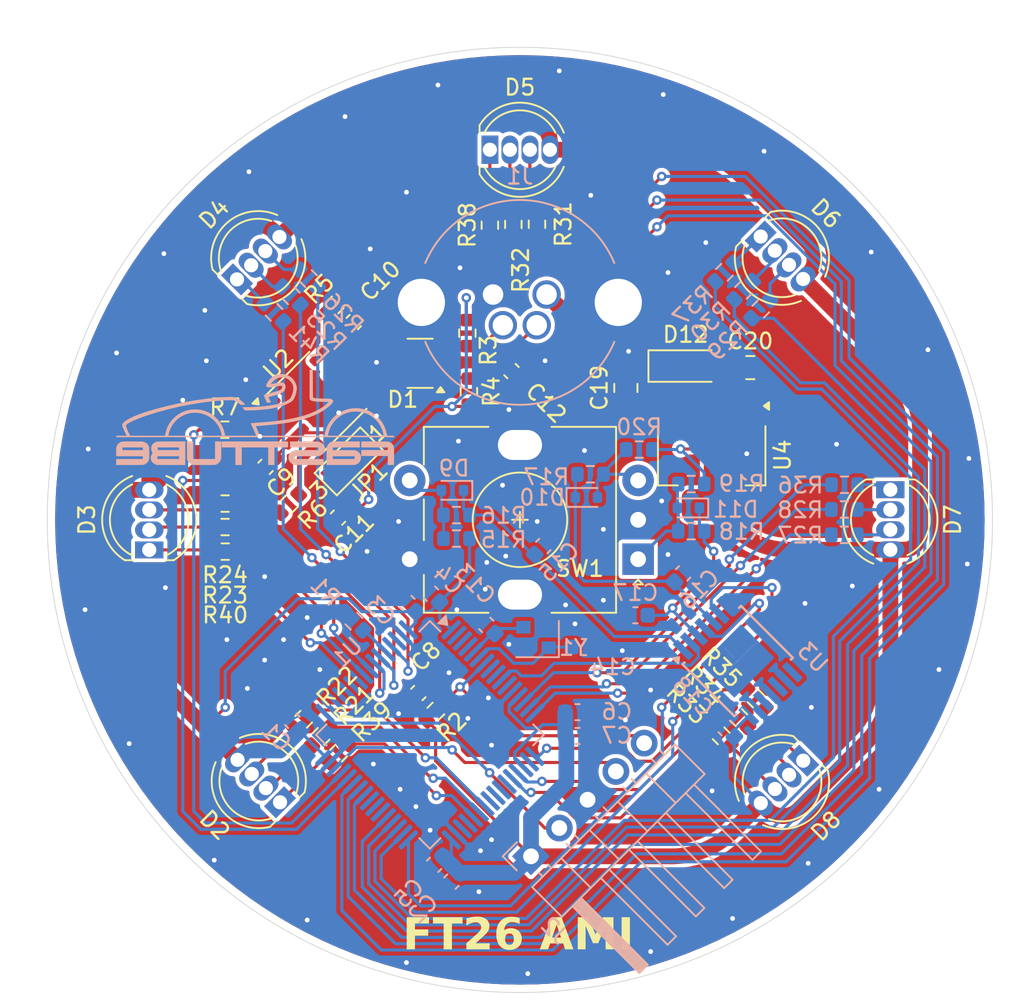
<source format=kicad_pcb>
(kicad_pcb
	(version 20240108)
	(generator "pcbnew")
	(generator_version "8.0")
	(general
		(thickness 1.6)
		(legacy_teardrops no)
	)
	(paper "A4")
	(layers
		(0 "F.Cu" signal)
		(31 "B.Cu" signal)
		(32 "B.Adhes" user "B.Adhesive")
		(33 "F.Adhes" user "F.Adhesive")
		(34 "B.Paste" user)
		(35 "F.Paste" user)
		(36 "B.SilkS" user "B.Silkscreen")
		(37 "F.SilkS" user "F.Silkscreen")
		(38 "B.Mask" user)
		(39 "F.Mask" user)
		(40 "Dwgs.User" user "User.Drawings")
		(41 "Cmts.User" user "User.Comments")
		(42 "Eco1.User" user "User.Eco1")
		(43 "Eco2.User" user "User.Eco2")
		(44 "Edge.Cuts" user)
		(45 "Margin" user)
		(46 "B.CrtYd" user "B.Courtyard")
		(47 "F.CrtYd" user "F.Courtyard")
		(48 "B.Fab" user)
		(49 "F.Fab" user)
		(50 "User.1" user)
		(51 "User.2" user)
		(52 "User.3" user)
		(53 "User.4" user)
		(54 "User.5" user)
		(55 "User.6" user)
		(56 "User.7" user)
		(57 "User.8" user)
		(58 "User.9" user)
	)
	(setup
		(stackup
			(layer "F.SilkS"
				(type "Top Silk Screen")
				(color "White")
			)
			(layer "F.Paste"
				(type "Top Solder Paste")
			)
			(layer "F.Mask"
				(type "Top Solder Mask")
				(color "Black")
				(thickness 0.01)
			)
			(layer "F.Cu"
				(type "copper")
				(thickness 0.035)
			)
			(layer "dielectric 1"
				(type "core")
				(thickness 1.51)
				(material "FR4")
				(epsilon_r 4.5)
				(loss_tangent 0.02)
			)
			(layer "B.Cu"
				(type "copper")
				(thickness 0.035)
			)
			(layer "B.Mask"
				(type "Bottom Solder Mask")
				(color "Black")
				(thickness 0.01)
			)
			(layer "B.Paste"
				(type "Bottom Solder Paste")
			)
			(layer "B.SilkS"
				(type "Bottom Silk Screen")
				(color "White")
			)
			(copper_finish "None")
			(dielectric_constraints no)
		)
		(pad_to_mask_clearance 0)
		(allow_soldermask_bridges_in_footprints no)
		(pcbplotparams
			(layerselection 0x00010fc_ffffffff)
			(plot_on_all_layers_selection 0x0000000_00000000)
			(disableapertmacros no)
			(usegerberextensions no)
			(usegerberattributes yes)
			(usegerberadvancedattributes yes)
			(creategerberjobfile yes)
			(dashed_line_dash_ratio 12.000000)
			(dashed_line_gap_ratio 3.000000)
			(svgprecision 4)
			(plotframeref no)
			(viasonmask no)
			(mode 1)
			(useauxorigin no)
			(hpglpennumber 1)
			(hpglpenspeed 20)
			(hpglpendiameter 15.000000)
			(pdf_front_fp_property_popups yes)
			(pdf_back_fp_property_popups yes)
			(dxfpolygonmode yes)
			(dxfimperialunits yes)
			(dxfusepcbnewfont yes)
			(psnegative no)
			(psa4output no)
			(plotreference yes)
			(plotvalue yes)
			(plotfptext yes)
			(plotinvisibletext no)
			(sketchpadsonfab no)
			(subtractmaskfromsilk no)
			(outputformat 1)
			(mirror no)
			(drillshape 1)
			(scaleselection 1)
			(outputdirectory "")
		)
	)
	(net 0 "")
	(net 1 "+3V3")
	(net 2 "GND")
	(net 3 "/NRST")
	(net 4 "stdCAN_H")
	(net 5 "/Vref")
	(net 6 "stdCAN_L")
	(net 7 "/XTAL_IN")
	(net 8 "/XTAL_OUT")
	(net 9 "Net-(D9-K)")
	(net 10 "Net-(D10-K)")
	(net 11 "Net-(D11-K)")
	(net 12 "+5V")
	(net 13 "Net-(D2-RK)")
	(net 14 "Net-(D2-BK)")
	(net 15 "Net-(D2-GK)")
	(net 16 "Net-(D3-RK)")
	(net 17 "Net-(D3-BK)")
	(net 18 "Net-(D3-GK)")
	(net 19 "Net-(D4-GK)")
	(net 20 "Net-(D4-BK)")
	(net 21 "Net-(D4-RK)")
	(net 22 "Net-(D5-BK)")
	(net 23 "Net-(D5-RK)")
	(net 24 "Net-(D5-GK)")
	(net 25 "Net-(D6-BK)")
	(net 26 "Net-(D6-RK)")
	(net 27 "Net-(D6-GK)")
	(net 28 "Net-(D7-BK)")
	(net 29 "Net-(D7-RK)")
	(net 30 "Net-(D7-GK)")
	(net 31 "Net-(D8-BK)")
	(net 32 "Net-(D8-RK)")
	(net 33 "Net-(D8-GK)")
	(net 34 "Net-(D9-A)")
	(net 35 "Net-(D11-A)")
	(net 36 "/SWCLK")
	(net 37 "/SWDIO")
	(net 38 "Net-(JP1-C)")
	(net 39 "Net-(U1-BOOT0)")
	(net 40 "Net-(U2-Rs)")
	(net 41 "/CAN_RX")
	(net 42 "Net-(U1-PA11)")
	(net 43 "/CAN_TX")
	(net 44 "Net-(U1-PA12)")
	(net 45 "/MAN_G")
	(net 46 "/MAN_B")
	(net 47 "/INS_G")
	(net 48 "/INS_B")
	(net 49 "/BRK_G")
	(net 50 "/BRK_B")
	(net 51 "/ATX_B")
	(net 52 "/ATX_G")
	(net 53 "/SKD_B")
	(net 54 "/SKD_G")
	(net 55 "/ACC_B")
	(net 56 "/ACC_G")
	(net 57 "/TRK_B")
	(net 58 "/TRK_G")
	(net 59 "/TRK_R")
	(net 60 "/ATX_R")
	(net 61 "/SKD_R")
	(net 62 "/ACC_R")
	(net 63 "/MAN_R")
	(net 64 "/INS_R")
	(net 65 "/BRK_R")
	(net 66 "unconnected-(U1-PC10-Pad51)")
	(net 67 "unconnected-(U1-PA6-Pad22)")
	(net 68 "unconnected-(U1-PD2-Pad54)")
	(net 69 "unconnected-(U1-PC0-Pad8)")
	(net 70 "unconnected-(U1-PB9-Pad62)")
	(net 71 "unconnected-(U1-PC14-Pad3)")
	(net 72 "unconnected-(U1-PC13-Pad2)")
	(net 73 "Net-(U1-PC2)")
	(net 74 "unconnected-(U1-PC11-Pad52)")
	(net 75 "unconnected-(U1-PB11-Pad30)")
	(net 76 "unconnected-(U1-PC8-Pad39)")
	(net 77 "unconnected-(U1-PC3-Pad11)")
	(net 78 "unconnected-(U1-PC5-Pad25)")
	(net 79 "unconnected-(U1-PA7-Pad23)")
	(net 80 "unconnected-(U1-PC1-Pad9)")
	(net 81 "unconnected-(U1-PC15-Pad4)")
	(net 82 "unconnected-(U1-PC9-Pad40)")
	(net 83 "unconnected-(U1-PC4-Pad24)")
	(net 84 "unconnected-(U1-PB10-Pad29)")
	(net 85 "unconnected-(U1-PF4-Pad18)")
	(net 86 "unconnected-(U1-PC12-Pad53)")
	(net 87 "unconnected-(U1-PC7-Pad38)")
	(net 88 "unconnected-(U1-PA15-Pad50)")
	(net 89 "Net-(U1-PB13)")
	(net 90 "unconnected-(U3-Pad12)")
	(net 91 "unconnected-(U3-Pad8)")
	(net 92 "unconnected-(U3-Pad10)")
	(net 93 "Net-(D10-A)")
	(net 94 "Net-(U1-PB12)")
	(footprint "Resistor_SMD:R_0603_1608Metric" (layer "F.Cu") (at 172.095 81.295 90))
	(footprint "LED_THT:LED_D5.0mm-4_RGB" (layer "F.Cu") (at 172.095 76.505))
	(footprint "Resistor_SMD:R_0603_1608Metric" (layer "F.Cu") (at 175.085 81.235 90))
	(footprint "Resistor_SMD:R_0603_1608Metric" (layer "F.Cu") (at 188.995 111.365 -45))
	(footprint "Diode_SMD:D_SOD-123" (layer "F.Cu") (at 184.52 90.235))
	(footprint "Capacitor_SMD:C_0603_1608Metric" (layer "F.Cu") (at 173.465 90.555 135))
	(footprint "Resistor_SMD:R_0603_1608Metric" (layer "F.Cu") (at 160.275 112.655 -135))
	(footprint "Resistor_SMD:R_0603_1608Metric" (layer "F.Cu") (at 155.275 94.275))
	(footprint "Capacitor_SMD:C_0603_1608Metric" (layer "F.Cu") (at 162.455 99.855 -135))
	(footprint "Resistor_SMD:R_0603_1608Metric" (layer "F.Cu") (at 187.89397 112.547487 -45))
	(footprint "Package_TO_SOT_SMD:SOT-23-3" (layer "F.Cu") (at 167.665 90.06 180))
	(footprint "Capacitor_SMD:C_0805_2012Metric" (layer "F.Cu") (at 180.725 91.625 90))
	(footprint "LED_THT:LED_D5.0mm-4_RGB" (layer "F.Cu") (at 150.475 101.905 90))
	(footprint "Resistor_SMD:R_0603_1608Metric" (layer "F.Cu") (at 159.375 98.965 45))
	(footprint "Resistor_SMD:R_0603_1608Metric" (layer "F.Cu") (at 155.285 100.455 180))
	(footprint "FaSTTUBe_Switches:RotaryEncoder_Alps_EC11E-Switch_Vertical_H20mm" (layer "F.Cu") (at 181.505 102.495 180))
	(footprint "Resistor_SMD:R_0603_1608Metric" (layer "F.Cu") (at 168.665 112.135 -135))
	(footprint "Package_TO_SOT_SMD:SOT-223-3_TabPin2" (layer "F.Cu") (at 186.175 95.9 -90))
	(footprint "LED_THT:LED_D5.0mm-4_RGB" (layer "F.Cu") (at 158.775 117.925 135))
	(footprint "Resistor_SMD:R_0603_1608Metric" (layer "F.Cu") (at 186.774767 113.711127 -45))
	(footprint "Resistor_SMD:R_0603_1608Metric" (layer "F.Cu") (at 170.765 91.855 -90))
	(footprint "Jumper:SolderJumper-3_P1.3mm_Open_Pad1.0x1.5mm_NumberLabels" (layer "F.Cu") (at 163.125 96.285 -135))
	(footprint "Resistor_SMD:R_0603_1608Metric" (layer "F.Cu") (at 162.275 86.355 45))
	(footprint "LED_THT:LED_D5.0mm-4_RGB" (layer "F.Cu") (at 156.045 84.735 45))
	(footprint "Resistor_SMD:R_0603_1608Metric" (layer "F.Cu") (at 161.375 113.745 -135))
	(footprint "LED_THT:LED_D5.0mm-4_RGB" (layer "F.Cu") (at 191.985 115.285 -135))
	(footprint "LED_THT:LED_D5.0mm-4_RGB" (layer "F.Cu") (at 197.515 98.085 -90))
	(footprint "Capacitor_SMD:C_0603_1608Metric" (layer "F.Cu") (at 167.551543 110.990919 45))
	(footprint "Resistor_SMD:R_0603_1608Metric" (layer "F.Cu") (at 170.665 88.145 -90))
	(footprint "Capacitor_SMD:C_0603_1608Metric" (layer "F.Cu") (at 157.855 96.635 -135))
	(footprint "LED_THT:LED_D5.0mm-4_RGB" (layer "F.Cu") (at 189.285 82.015 -45))
	(footprint "Resistor_SMD:R_0603_1608Metric" (layer "F.Cu") (at 155.285 98.965 180))
	(footprint "Package_SO:SOIC-8_3.9x4.9mm_P1.27mm" (layer "F.Cu") (at 161.075 92.515 45))
	(footprint "Resistor_SMD:R_0603_1608Metric" (layer "F.Cu") (at 155.295 102.015 180))
	(footprint "Resistor_SMD:R_0603_1608Metric" (layer "F.Cu") (at 173.585 81.245 90))
	(footprint "Capacitor_SMD:C_0805_2012Metric" (layer "F.Cu") (at 188.625 90.335))
	(footprint "Capacitor_SMD:C_0603_1608Metric" (layer "F.Cu") (at 163.455 87.445 45))
	(footprint "Resistor_SMD:R_0603_1608Metric" (layer "F.Cu") (at 162.495 114.805 -135))
	(footprint "Capacitor_SMD:C_0603_1608Metric" (layer "B.Cu") (at 168.555 121.895 45))
	(footprint "Capacitor_SMD:C_0603_1608Metric" (layer "B.Cu") (at 178.065 108.075 180))
	(footprint "Capacitor_SMD:C_0603_1608Metric" (layer "B.Cu") (at 159.555 112.755 -45))
	(footprint "Package_SO:TSSOP-14-1EP_4.4x5mm_P0.65mm"
		(layer "B.Cu")
		(uuid "
... [643274 chars truncated]
</source>
